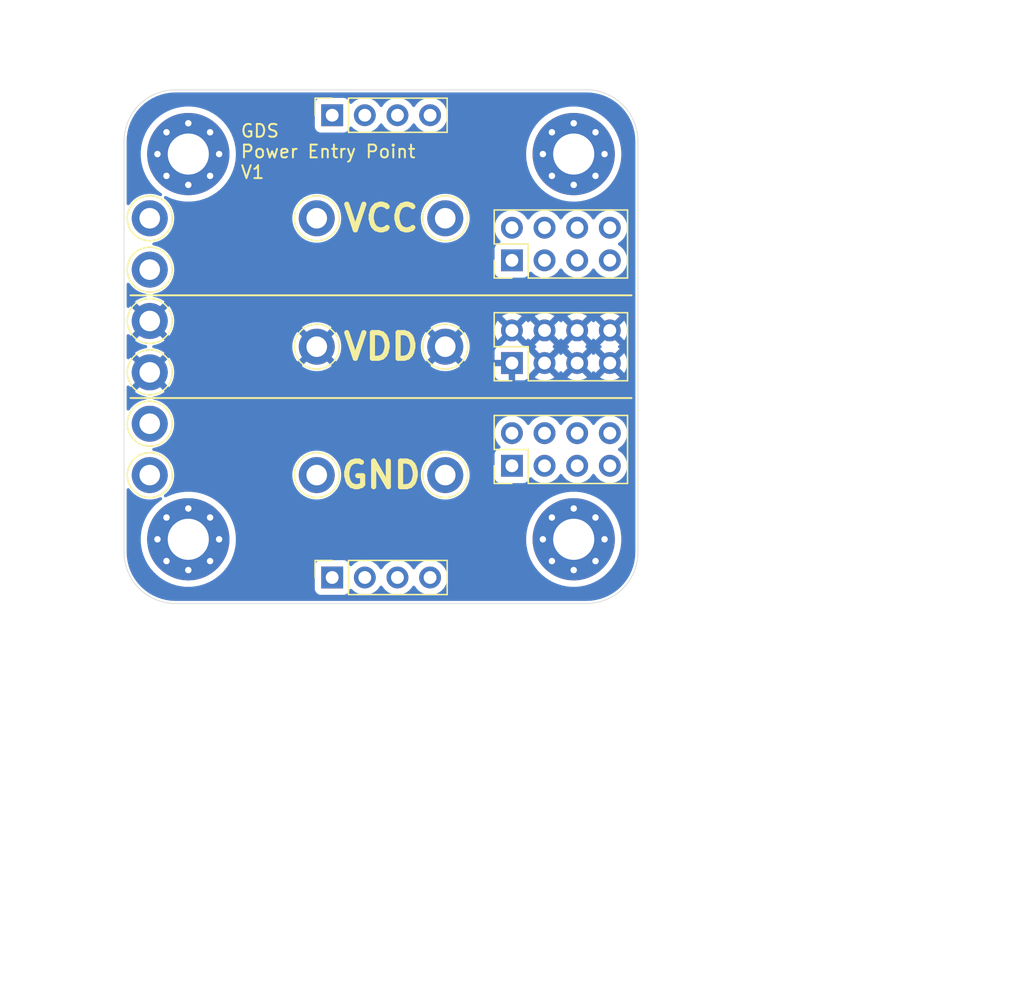
<source format=kicad_pcb>
(kicad_pcb (version 20241229) (generator "pcbnew") (generator_version "9.0")
  (layers (0 "F.Cu" signal) (4 "In1.Cu" signal) (6 "In2.Cu" signal) (2 "B.Cu" signal) (13 "F.Paste" user) (15 "B.Paste" user) (5 "F.SilkS" user "F.Silkscreen") (7 "B.SilkS" user "B.Silkscreen") (1 "F.Mask" user) (3 "B.Mask" user) (25 "Edge.Cuts" user))
  (net 0 "")
  (net 1 "GND")
  (net 2 "VCC")
  (net 3 "VDD")
  (footprint "Connector_PinHeader_2.54mm:PinHeader_2x04_P2.54mm_Vertical" (layer "F.Cu") (at 80.19 71.275 90)
    (property "Reference" "J5" (hide yes))
    (property "Value" "Conn_01x04")
    (fp_line (start 3.92 -1.38) (end 3.92 9) (stroke (width 0.12)) (layer "F.SilkS"))
    (fp_line (start 1.27 -1.38) (end 3.92 -1.38) (stroke (width 0.12)) (layer "F.SilkS"))
    (fp_line (start -1.38 -1.38) (end 0 -1.38) (stroke (width 0.12)) (layer "F.SilkS"))
    (fp_line (start -1.38 0) (end -1.38 -1.38) (stroke (width 0.12)) (layer "F.SilkS"))
    (fp_line (start 1.27 1.27) (end 1.27 -1.38) (stroke (width 0.12)) (layer "F.SilkS"))
    (fp_line (start -1.38 1.27) (end 1.27 1.27) (stroke (width 0.12)) (layer "F.SilkS"))
    (fp_line (start -1.38 1.27) (end -1.38 9) (stroke (width 0.12)) (layer "F.SilkS"))
    (fp_line (start -1.38 9) (end 3.92 9) (stroke (width 0.12)) (layer "F.SilkS"))
    (pad "1" thru_hole rect (at 0 0 90) (size 1.7 1.7) (drill 1) (layers "*.Cu" "*.Mask") (net 3 "VDD"))
    (pad "2" thru_hole circle (at 2.54 0 90) (size 1.7 1.7) (drill 1) (layers "*.Cu" "*.Mask") (net 3 "VDD"))
    (pad "3" thru_hole circle (at 0 2.54 90) (size 1.7 1.7) (drill 1) (layers "*.Cu" "*.Mask") (net 3 "VDD"))
    (pad "4" thru_hole circle (at 2.54 2.54 90) (size 1.7 1.7) (drill 1) (layers "*.Cu" "*.Mask") (net 3 "VDD"))
    (pad "5" thru_hole circle (at 0 5.08 90) (size 1.7 1.7) (drill 1) (layers "*.Cu" "*.Mask") (net 3 "VDD"))
    (pad "6" thru_hole circle (at 2.54 5.08 90) (size 1.7 1.7) (drill 1) (layers "*.Cu" "*.Mask") (net 3 "VDD"))
    (pad "7" thru_hole circle (at 0 7.62 90) (size 1.7 1.7) (drill 1) (layers "*.Cu" "*.Mask") (net 3 "VDD"))
    (pad "8" thru_hole circle (at 2.54 7.62 90) (size 1.7 1.7) (drill 1) (layers "*.Cu" "*.Mask") (net 3 "VDD"))
  )
  (footprint "TestPoint:TestPoint_Keystone_5010-5014_Multipurpose" (layer "F.Cu") (at 52 68)
    (property "Reference" "TP9" (hide yes))
    (property "Value" "TestPoint")
    (fp_circle (center 0 0) (end 1.75 0) (stroke (width 0.12)) (fill no) (layer "F.SilkS"))
    (pad "1" thru_hole circle (at 0 0) (size 2.8 2.8) (drill 1.6) (layers "*.Cu" "*.Mask") (net 3 "VDD"))
  )
  (footprint "TestPoint:TestPoint_Keystone_5010-5014_Multipurpose" (layer "F.Cu") (at 52 80 90)
    (property "Reference" "TP4" (hide yes))
    (property "Value" "TestPoint")
    (fp_circle (center 0 0) (end 1.75 0) (stroke (width 0.12)) (fill no) (layer "F.SilkS"))
    (pad "1" thru_hole circle (at 0 0 90) (size 2.8 2.8) (drill 1.6) (layers "*.Cu" "*.Mask") (net 1 "GND"))
  )
  (footprint "MountingHole:MountingHole_3.2mm_M3_Pad_Via" (layer "F.Cu") (at 55 55)
    (property "Reference" "H1" (hide yes))
    (property "Value" "MountingHole_Pad")
    (pad "1" thru_hole circle (at -2.4 0) (size 0.8 0.8) (drill 0.5) (layers "*.Cu" "*.Mask") (net 1 "GND"))
    (pad "1" thru_hole circle (at -1.697056 -1.697056) (size 0.8 0.8) (drill 0.5) (layers "*.Cu" "*.Mask") (net 1 "GND"))
    (pad "1" thru_hole circle (at -1.697056 1.697056) (size 0.8 0.8) (drill 0.5) (layers "*.Cu" "*.Mask") (net 1 "GND"))
    (pad "1" thru_hole circle (at 0 -2.4) (size 0.8 0.8) (drill 0.5) (layers "*.Cu" "*.Mask") (net 1 "GND"))
    (pad "1" thru_hole circle (at 0 0) (size 6.4 6.4) (drill 3.2) (layers "*.Cu" "*.Mask") (net 1 "GND"))
    (pad "1" thru_hole circle (at 0 2.4) (size 0.8 0.8) (drill 0.5) (layers "*.Cu" "*.Mask") (net 1 "GND"))
    (pad "1" thru_hole circle (at 1.697056 -1.697056) (size 0.8 0.8) (drill 0.5) (layers "*.Cu" "*.Mask") (net 1 "GND"))
    (pad "1" thru_hole circle (at 1.697056 1.697056) (size 0.8 0.8) (drill 0.5) (layers "*.Cu" "*.Mask") (net 1 "GND"))
    (pad "1" thru_hole circle (at 2.4 0) (size 0.8 0.8) (drill 0.5) (layers "*.Cu" "*.Mask") (net 1 "GND"))
  )
  (footprint "TestPoint:TestPoint_Keystone_5010-5014_Multipurpose" (layer "F.Cu") (at 52 72)
    (property "Reference" "TP10" (hide yes))
    (property "Value" "TestPoint")
    (fp_circle (center 0 0) (end 1.75 0) (stroke (width 0.12)) (fill no) (layer "F.SilkS"))
    (pad "1" thru_hole circle (at 0 0) (size 2.8 2.8) (drill 1.6) (layers "*.Cu" "*.Mask") (net 3 "VDD"))
  )
  (footprint "TestPoint:TestPoint_Keystone_5010-5014_Multipurpose" (layer "F.Cu") (at 75 70)
    (property "Reference" "TP12" (hide yes))
    (property "Value" "TestPoint")
    (fp_circle (center 0 0) (end 1.75 0) (stroke (width 0.12)) (fill no) (layer "F.SilkS"))
    (pad "1" thru_hole circle (at 0 0) (size 2.8 2.8) (drill 1.6) (layers "*.Cu" "*.Mask") (net 3 "VDD"))
  )
  (footprint "Connector_PinSocket_2.54mm:PinSocket_1x04_P2.54mm_Vertical" (layer "F.Cu") (at 66.2 51.975 90)
    (property "Reference" "J2" (hide yes))
    (property "Value" "Conn_01x04")
    (fp_line (start 1.33 -1.33) (end 1.33 0) (stroke (width 0.12)) (layer "F.SilkS"))
    (fp_line (start 0 -1.33) (end 1.33 -1.33) (stroke (width 0.12)) (layer "F.SilkS"))
    (fp_line (start 1.33 1.27) (end 1.33 8.95) (stroke (width 0.12)) (layer "F.SilkS"))
    (fp_line (start -1.33 1.27) (end 1.33 1.27) (stroke (width 0.12)) (layer "F.SilkS"))
    (fp_line (start -1.33 1.27) (end -1.33 8.95) (stroke (width 0.12)) (layer "F.SilkS"))
    (fp_line (start -1.33 8.95) (end 1.33 8.95) (stroke (width 0.12)) (layer "F.SilkS"))
    (pad "1" thru_hole rect (at 0 0 90) (size 1.7 1.7) (drill 1) (layers "*.Cu" "*.Mask") (net 2 "VCC"))
    (pad "2" thru_hole circle (at 0 2.54 90) (size 1.7 1.7) (drill 1) (layers "*.Cu" "*.Mask") (net 2 "VCC"))
    (pad "3" thru_hole circle (at 0 5.08 90) (size 1.7 1.7) (drill 1) (layers "*.Cu" "*.Mask") (net 2 "VCC"))
    (pad "4" thru_hole circle (at 0 7.62 90) (size 1.7 1.7) (drill 1) (layers "*.Cu" "*.Mask") (net 2 "VCC"))
  )
  (footprint "MountingHole:MountingHole_3.2mm_M3_Pad_Via" (layer "F.Cu") (at 55 85)
    (property "Reference" "H3" (hide yes))
    (property "Value" "MountingHole_Pad")
    (pad "1" thru_hole circle (at -2.4 0) (size 0.8 0.8) (drill 0.5) (layers "*.Cu" "*.Mask") (net 1 "GND"))
    (pad "1" thru_hole circle (at -1.697056 -1.697056) (size 0.8 0.8) (drill 0.5) (layers "*.Cu" "*.Mask") (net 1 "GND"))
    (pad "1" thru_hole circle (at -1.697056 1.697056) (size 0.8 0.8) (drill 0.5) (layers "*.Cu" "*.Mask") (net 1 "GND"))
    (pad "1" thru_hole circle (at 0 -2.4) (size 0.8 0.8) (drill 0.5) (layers "*.Cu" "*.Mask") (net 1 "GND"))
    (pad "1" thru_hole circle (at 0 0) (size 6.4 6.4) (drill 3.2) (layers "*.Cu" "*.Mask") (net 1 "GND"))
    (pad "1" thru_hole circle (at 0 2.4) (size 0.8 0.8) (drill 0.5) (layers "*.Cu" "*.Mask") (net 1 "GND"))
    (pad "1" thru_hole circle (at 1.697056 -1.697056) (size 0.8 0.8) (drill 0.5) (layers "*.Cu" "*.Mask") (net 1 "GND"))
    (pad "1" thru_hole circle (at 1.697056 1.697056) (size 0.8 0.8) (drill 0.5) (layers "*.Cu" "*.Mask") (net 1 "GND"))
    (pad "1" thru_hole circle (at 2.4 0) (size 0.8 0.8) (drill 0.5) (layers "*.Cu" "*.Mask") (net 1 "GND"))
  )
  (footprint "Connector_PinHeader_2.54mm:PinHeader_2x04_P2.54mm_Vertical" (layer "F.Cu") (at 80.19 79.275 90)
    (property "Reference" "J3" (hide yes))
    (property "Value" "Conn_01x04")
    (fp_line (start 3.92 -1.38) (end 3.92 9) (stroke (width 0.12)) (layer "F.SilkS"))
    (fp_line (start 1.27 -1.38) (end 3.92 -1.38) (stroke (width 0.12)) (layer "F.SilkS"))
    (fp_line (start -1.38 -1.38) (end 0 -1.38) (stroke (width 0.12)) (layer "F.SilkS"))
    (fp_line (start -1.38 0) (end -1.38 -1.38) (stroke (width 0.12)) (layer "F.SilkS"))
    (fp_line (start 1.27 1.27) (end 1.27 -1.38) (stroke (width 0.12)) (layer "F.SilkS"))
    (fp_line (start -1.38 1.27) (end 1.27 1.27) (stroke (width 0.12)) (layer "F.SilkS"))
    (fp_line (start -1.38 1.27) (end -1.38 9) (stroke (width 0.12)) (layer "F.SilkS"))
    (fp_line (start -1.38 9) (end 3.92 9) (stroke (width 0.12)) (layer "F.SilkS"))
    (pad "1" thru_hole rect (at 0 0 90) (size 1.7 1.7) (drill 1) (layers "*.Cu" "*.Mask") (net 1 "GND"))
    (pad "2" thru_hole circle (at 2.54 0 90) (size 1.7 1.7) (drill 1) (layers "*.Cu" "*.Mask") (net 1 "GND"))
    (pad "3" thru_hole circle (at 0 2.54 90) (size 1.7 1.7) (drill 1) (layers "*.Cu" "*.Mask") (net 1 "GND"))
    (pad "4" thru_hole circle (at 2.54 2.54 90) (size 1.7 1.7) (drill 1) (layers "*.Cu" "*.Mask") (net 1 "GND"))
    (pad "5" thru_hole circle (at 0 5.08 90) (size 1.7 1.7) (drill 1) (layers "*.Cu" "*.Mask") (net 1 "GND"))
    (pad "6" thru_hole circle (at 2.54 5.08 90) (size 1.7 1.7) (drill 1) (layers "*.Cu" "*.Mask") (net 1 "GND"))
    (pad "7" thru_hole circle (at 0 7.62 90) (size 1.7 1.7) (drill 1) (layers "*.Cu" "*.Mask") (net 1 "GND"))
    (pad "8" thru_hole circle (at 2.54 7.62 90) (size 1.7 1.7) (drill 1) (layers "*.Cu" "*.Mask") (net 1 "GND"))
  )
  (footprint "MountingHole:MountingHole_3.2mm_M3_Pad_Via" (layer "F.Cu") (at 85 85)
    (property "Reference" "H4" (hide yes))
    (property "Value" "MountingHole_Pad")
    (pad "1" thru_hole circle (at -2.4 0) (size 0.8 0.8) (drill 0.5) (layers "*.Cu" "*.Mask") (net 1 "GND"))
    (pad "1" thru_hole circle (at -1.697056 -1.697056) (size 0.8 0.8) (drill 0.5) (layers "*.Cu" "*.Mask") (net 1 "GND"))
    (pad "1" thru_hole circle (at -1.697056 1.697056) (size 0.8 0.8) (drill 0.5) (layers "*.Cu" "*.Mask") (net 1 "GND"))
    (pad "1" thru_hole circle (at 0 -2.4) (size 0.8 0.8) (drill 0.5) (layers "*.Cu" "*.Mask") (net 1 "GND"))
    (pad "1" thru_hole circle (at 0 0) (size 6.4 6.4) (drill 3.2) (layers "*.Cu" "*.Mask") (net 1 "GND"))
    (pad "1" thru_hole circle (at 0 2.4) (size 0.8 0.8) (drill 0.5) (layers "*.Cu" "*.Mask") (net 1 "GND"))
    (pad "1" thru_hole circle (at 1.697056 -1.697056) (size 0.8 0.8) (drill 0.5) (layers "*.Cu" "*.Mask") (net 1 "GND"))
    (pad "1" thru_hole circle (at 1.697056 1.697056) (size 0.8 0.8) (drill 0.5) (layers "*.Cu" "*.Mask") (net 1 "GND"))
    (pad "1" thru_hole circle (at 2.4 0) (size 0.8 0.8) (drill 0.5) (layers "*.Cu" "*.Mask") (net 1 "GND"))
  )
  (footprint "TestPoint:TestPoint_Keystone_5010-5014_Multipurpose" (layer "F.Cu") (at 65 70)
    (property "Reference" "TP11" (hide yes))
    (property "Value" "TestPoint")
    (fp_circle (center 0 0) (end 1.75 0) (stroke (width 0.12)) (fill no) (layer "F.SilkS"))
    (pad "1" thru_hole circle (at 0 0) (size 2.8 2.8) (drill 1.6) (layers "*.Cu" "*.Mask") (net 3 "VDD"))
  )
  (footprint "MountingHole:MountingHole_3.2mm_M3_Pad_Via" (layer "F.Cu") (at 85 55)
    (property "Reference" "H2" (hide yes))
    (property "Value" "MountingHole_Pad")
    (pad "1" thru_hole circle (at -2.4 0) (size 0.8 0.8) (drill 0.5) (layers "*.Cu" "*.Mask") (net 1 "GND"))
    (pad "1" thru_hole circle (at -1.697056 -1.697056) (size 0.8 0.8) (drill 0.5) (layers "*.Cu" "*.Mask") (net 1 "GND"))
    (pad "1" thru_hole circle (at -1.697056 1.697056) (size 0.8 0.8) (drill 0.5) (layers "*.Cu" "*.Mask") (net 1 "GND"))
    (pad "1" thru_hole circle (at 0 -2.4) (size 0.8 0.8) (drill 0.5) (layers "*.Cu" "*.Mask") (net 1 "GND"))
    (pad "1" thru_hole circle (at 0 0) (size 6.4 6.4) (drill 3.2) (layers "*.Cu" "*.Mask") (net 1 "GND"))
    (pad "1" thru_hole circle (at 0 2.4) (size 0.8 0.8) (drill 0.5) (layers "*.Cu" "*.Mask") (net 1 "GND"))
    (pad "1" thru_hole circle (at 1.697056 -1.697056) (size 0.8 0.8) (drill 0.5) (layers "*.Cu" "*.Mask") (net 1 "GND"))
    (pad "1" thru_hole circle (at 1.697056 1.697056) (size 0.8 0.8) (drill 0.5) (layers "*.Cu" "*.Mask") (net 1 "GND"))
    (pad "1" thru_hole circle (at 2.4 0) (size 0.8 0.8) (drill 0.5) (layers "*.Cu" "*.Mask") (net 1 "GND"))
  )
  (footprint "Connector_PinHeader_2.54mm:PinHeader_2x04_P2.54mm_Vertical" (layer "F.Cu") (at 80.19 63.275 90)
    (property "Reference" "J1" (hide yes))
    (property "Value" "Conn_01x04")
    (fp_line (start 3.92 -1.38) (end 3.92 9) (stroke (width 0.12)) (layer "F.SilkS"))
    (fp_line (start 1.27 -1.38) (end 3.92 -1.38) (stroke (width 0.12)) (layer "F.SilkS"))
    (fp_line (start -1.38 -1.38) (end 0 -1.38) (stroke (width 0.12)) (layer "F.SilkS"))
    (fp_line (start -1.38 0) (end -1.38 -1.38) (stroke (width 0.12)) (layer "F.SilkS"))
    (fp_line (start 1.27 1.27) (end 1.27 -1.38) (stroke (width 0.12)) (layer "F.SilkS"))
    (fp_line (start -1.38 1.27) (end 1.27 1.27) (stroke (width 0.12)) (layer "F.SilkS"))
    (fp_line (start -1.38 1.27) (end -1.38 9) (stroke (width 0.12)) (layer "F.SilkS"))
    (fp_line (start -1.38 9) (end 3.92 9) (stroke (width 0.12)) (layer "F.SilkS"))
    (pad "1" thru_hole rect (at 0 0 90) (size 1.7 1.7) (drill 1) (layers "*.Cu" "*.Mask") (net 2 "VCC"))
    (pad "2" thru_hole circle (at 2.54 0 90) (size 1.7 1.7) (drill 1) (layers "*.Cu" "*.Mask") (net 2 "VCC"))
    (pad "3" thru_hole circle (at 0 2.54 90) (size 1.7 1.7) (drill 1) (layers "*.Cu" "*.Mask") (net 2 "VCC"))
    (pad "4" thru_hole circle (at 2.54 2.54 90) (size 1.7 1.7) (drill 1) (layers "*.Cu" "*.Mask") (net 2 "VCC"))
    (pad "5" thru_hole circle (at 0 5.08 90) (size 1.7 1.7) (drill 1) (layers "*.Cu" "*.Mask") (net 2 "VCC"))
    (pad "6" thru_hole circle (at 2.54 5.08 90) (size 1.7 1.7) (drill 1) (layers "*.Cu" "*.Mask") (net 2 "VCC"))
    (pad "7" thru_hole circle (at 0 7.62 90) (size 1.7 1.7) (drill 1) (layers "*.Cu" "*.Mask") (net 2 "VCC"))
    (pad "8" thru_hole circle (at 2.54 7.62 90) (size 1.7 1.7) (drill 1) (layers "*.Cu" "*.Mask") (net 2 "VCC"))
  )
  (footprint "TestPoint:TestPoint_Keystone_5010-5014_Multipurpose" (layer "F.Cu") (at 65 80)
    (property "Reference" "TP7" (hide yes))
    (property "Value" "TestPoint")
    (fp_circle (center 0 0) (end 1.75 0) (stroke (width 0.12)) (fill no) (layer "F.SilkS"))
    (pad "1" thru_hole circle (at 0 0) (size 2.8 2.8) (drill 1.6) (layers "*.Cu" "*.Mask") (net 1 "GND"))
  )
  (footprint "TestPoint:TestPoint_Keystone_5010-5014_Multipurpose" (layer "F.Cu") (at 75 60)
    (property "Reference" "TP6" (hide yes))
    (property "Value" "TestPoint")
    (fp_circle (center 0 0) (end 1.75 0) (stroke (width 0.12)) (fill no) (layer "F.SilkS"))
    (pad "1" thru_hole circle (at 0 0) (size 2.8 2.8) (drill 1.6) (layers "*.Cu" "*.Mask") (net 2 "VCC"))
  )
  (footprint "TestPoint:TestPoint_Keystone_5010-5014_Multipurpose" (layer "F.Cu") (at 75 80)
    (property "Reference" "TP8" (hide yes))
    (property "Value" "TestPoint")
    (fp_circle (center 0 0) (end 1.75 0) (stroke (width 0.12)) (fill no) (layer "F.SilkS"))
    (pad "1" thru_hole circle (at 0 0) (size 2.8 2.8) (drill 1.6) (layers "*.Cu" "*.Mask") (net 1 "GND"))
  )
  (footprint "TestPoint:TestPoint_Keystone_5010-5014_Multipurpose" (layer "F.Cu") (at 52 60)
    (property "Reference" "TP2" (hide yes))
    (property "Value" "TestPoint")
    (fp_circle (center 0 0) (end 1.75 0) (stroke (width 0.12)) (fill no) (layer "F.SilkS"))
    (pad "1" thru_hole circle (at 0 0) (size 2.8 2.8) (drill 1.6) (layers "*.Cu" "*.Mask") (net 2 "VCC"))
  )
  (footprint "TestPoint:TestPoint_Keystone_5010-5014_Multipurpose" (layer "F.Cu") (at 52 64)
    (property "Reference" "TP1" (hide yes))
    (property "Value" "TestPoint")
    (fp_circle (center 0 0) (end 1.75 0) (stroke (width 0.12)) (fill no) (layer "F.SilkS"))
    (pad "1" thru_hole circle (at 0 0) (size 2.8 2.8) (drill 1.6) (layers "*.Cu" "*.Mask") (net 2 "VCC"))
  )
  (footprint "Connector_PinSocket_2.54mm:PinSocket_1x04_P2.54mm_Vertical" (layer "F.Cu") (at 66.2 87.975 90)
    (property "Reference" "J4" (hide yes))
    (property "Value" "Conn_01x04")
    (fp_line (start 1.33 -1.33) (end 1.33 0) (stroke (width 0.12)) (layer "F.SilkS"))
    (fp_line (start 0 -1.33) (end 1.33 -1.33) (stroke (width 0.12)) (layer "F.SilkS"))
    (fp_line (start 1.33 1.27) (end 1.33 8.95) (stroke (width 0.12)) (layer "F.SilkS"))
    (fp_line (start -1.33 1.27) (end 1.33 1.27) (stroke (width 0.12)) (layer "F.SilkS"))
    (fp_line (start -1.33 1.27) (end -1.33 8.95) (stroke (width 0.12)) (layer "F.SilkS"))
    (fp_line (start -1.33 8.95) (end 1.33 8.95) (stroke (width 0.12)) (layer "F.SilkS"))
    (pad "1" thru_hole rect (at 0 0 90) (size 1.7 1.7) (drill 1) (layers "*.Cu" "*.Mask") (net 1 "GND"))
    (pad "2" thru_hole circle (at 0 2.54 90) (size 1.7 1.7) (drill 1) (layers "*.Cu" "*.Mask") (net 1 "GND"))
    (pad "3" thru_hole circle (at 0 5.08 90) (size 1.7 1.7) (drill 1) (layers "*.Cu" "*.Mask") (net 1 "GND"))
    (pad "4" thru_hole circle (at 0 7.62 90) (size 1.7 1.7) (drill 1) (layers "*.Cu" "*.Mask") (net 1 "GND"))
  )
  (footprint "TestPoint:TestPoint_Keystone_5010-5014_Multipurpose" (layer "F.Cu") (at 52 76)
    (property "Reference" "TP3" (hide yes))
    (property "Value" "TestPoint")
    (fp_circle (center 0 0) (end 1.75 0) (stroke (width 0.12)) (fill no) (layer "F.SilkS"))
    (pad "1" thru_hole circle (at 0 0) (size 2.8 2.8) (drill 1.6) (layers "*.Cu" "*.Mask") (net 1 "GND"))
  )
  (footprint "TestPoint:TestPoint_Keystone_5010-5014_Multipurpose" (layer "F.Cu") (at 65 60)
    (property "Reference" "TP5" (hide yes))
    (property "Value" "TestPoint")
    (fp_circle (center 0 0) (end 1.75 0) (stroke (width 0.12)) (fill no) (layer "F.SilkS"))
    (pad "1" thru_hole circle (at 0 0) (size 2.8 2.8) (drill 1.6) (layers "*.Cu" "*.Mask") (net 2 "VCC"))
  )
  (gr_line (start 50.5 74) (end 89.5 74) (stroke (width 0.15)) (layer "F.SilkS"))
  (gr_line (start 50.5 66) (end 89.5 66) (stroke (width 0.15)) (layer "F.SilkS"))
  (gr_arc (start 86 50) (mid 88.828427 51.171573) (end 90 54) (stroke (width 0.05)) (layer "Edge.Cuts"))
  (gr_arc (start 50 54) (mid 51.171573 51.171573) (end 54 50) (stroke (width 0.05)) (layer "Edge.Cuts"))
  (gr_line (start 54 50) (end 86 50) (stroke (width 0.05)) (layer "Edge.Cuts"))
  (gr_line (start 90 54) (end 90 86) (stroke (width 0.05)) (layer "Edge.Cuts"))
  (gr_arc (start 54 90) (mid 51.171573 88.828427) (end 50 86) (stroke (width 0.05)) (layer "Edge.Cuts"))
  (gr_arc (start 90 86) (mid 88.828427 88.828427) (end 86 90) (stroke (width 0.05)) (layer "Edge.Cuts"))
  (gr_line (start 86 90) (end 54 90) (stroke (width 0.05)) (layer "Edge.Cuts"))
  (gr_line (start 50 86) (end 50 54) (stroke (width 0.05)) (layer "Edge.Cuts"))
  (gr_text "SKEC" (at 58 89 0) (layer "F.Cu") (effects (font (size 1 1)) (justify left bottom)))
  (gr_text "GND" (at 70 80 0) (layer "F.SilkS") (effects (font (size 2 2) (thickness 0.4) (bold yes))))
  (gr_text "VDD" (at 70 70 0) (layer "F.SilkS") (effects (font (size 2 2) (thickness 0.4) (bold yes))))
  (gr_text "GDS\nPower Entry Point\nV1" (at 59 57 0) (layer "F.SilkS") (effects (font (size 1 1)) (justify left bottom)))
  (gr_text "VCC" (at 70 60 0) (layer "F.SilkS") (effects (font (size 2 2) (thickness 0.4) (bold yes))))
  (zone (net 3) (net_name "VDD") (layer "B.Cu") (priority 1) (connect_pads (clearance 0.5)) (min_thickness 0.25) (fill yes (thermal_gap 0.5) (thermal_bridge_width 0.5))
    (polygon (pts (xy 50 50) (xy 90 50) (xy 90 90) (xy 50 90)))
  )
)
</source>
